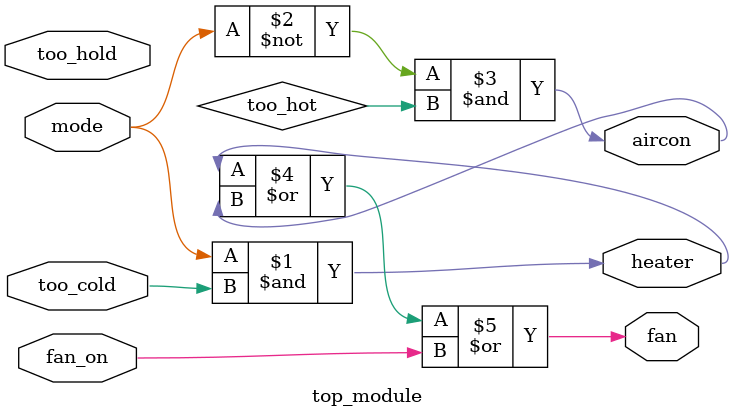
<source format=v>
module top_module(
  input too_cold,
  input too_hold,
  input mode,
  input fan_on,
  output heater,
  output aircon,
  output fan
);

  // mode = 1 ;  heating.
  // mode = 0 ; cooling.
  // in heating mode, the heater(output) is ON(1), aircon is OFF(0).
  // in cooling mode, the aircon(output) is ON(1), heater is OFF(0).
  // in either cooling OR heating mode, the fan(output) is ON(1).
  // the user can also request the fan to turn on fan_on = 1, even if the heater
  // and aircon are OFF(0)
  
  assign heater = mode & too_cold;
  assign aircon = ~mode & too_hot;
  assign fan = heater | aircon | fan_on;
  
endmodule

</source>
